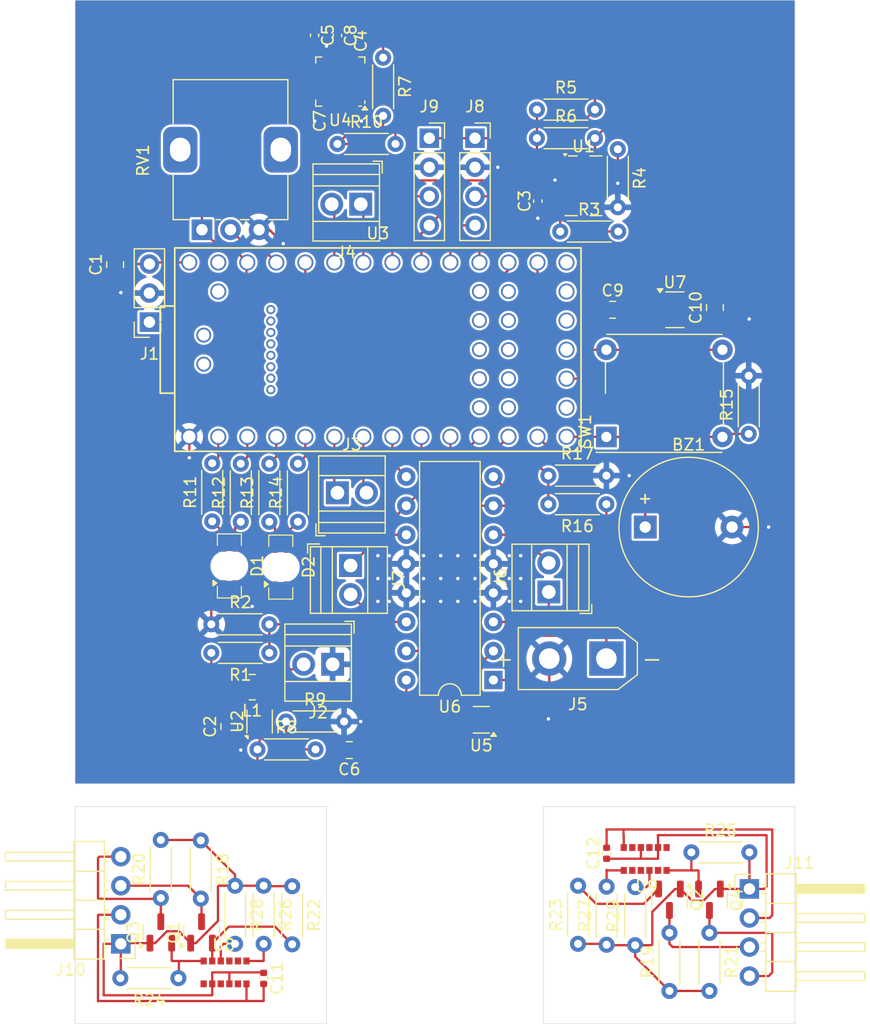
<source format=kicad_pcb>
(kicad_pcb (version 20240108) (generator "pcbnew") (generator_version "8.0")
  (layers (0 "F.Cu" signal) (31 "B.Cu" signal) (34 "B.Paste" user) (35 "F.Paste" user) (36 "B.SilkS" user "B.Silkscreen") (37 "F.SilkS" user "F.Silkscreen") (38 "B.Mask" user) (39 "F.Mask" user) (44 "Edge.Cuts" user))
  (net 0 "")
  (net 1 "GND")
  (net 2 "Net-(BZ1-+)")
  (net 3 "Net-(J1-Pin_1)")
  (net 4 "Net-(J2-Pin_2)")
  (net 5 "Net-(U1-Vdd_I{slash}O)")
  (net 6 "Net-(U4-CPOUT)")
  (net 7 "Net-(U4-REGOUT)")
  (net 8 "Net-(J8-Pin_1)")
  (net 9 "Net-(D1-A1)")
  (net 10 "Net-(D1-A2)")
  (net 11 "Net-(D2-A2)")
  (net 12 "Net-(D2-A1)")
  (net 13 "Net-(J1-Pin_3)")
  (net 14 "Net-(J3-Pin_1)")
  (net 15 "Net-(J4-Pin_1)")
  (net 16 "Net-(J4-Pin_2)")
  (net 17 "Net-(U2-SW)")
  (net 18 "Net-(Q1-S)")
  (net 19 "Net-(J10-Pin_1)")
  (net 20 "Net-(J11-Pin_1)")
  (net 21 "Net-(J8-Pin_3)")
  (net 22 "Net-(Q3-S)")
  (net 23 "Net-(U3-15_A1_RX3_SPDIF_IN)")
  (net 24 "Net-(U1-~{CS})")
  (net 25 "Net-(U1-SDO{slash}ADDR)")
  (net 26 "Net-(U2-FB)")
  (net 27 "Net-(U3-0_RX1_CRX2_CS1)")
  (net 28 "Net-(U3-1_TX1_CTX2_MISO1)")
  (net 29 "Net-(U3-2_OUT2)")
  (net 30 "Net-(U3-3_LRCLK2)")
  (net 31 "Net-(U3-14_A0_TX3_SPDIF_OUT)")
  (net 32 "Net-(U3-23_A9_CRX1_MCLK1)")
  (net 48 "Net-(U7-EN)")
  (net 50 "Net-(J3-Pin_2)")
  (net 82 "Net-(J6-Pin_2)")
  (net 83 "Net-(J6-Pin_1)")
  (net 84 "Net-(J7-Pin_2)")
  (net 85 "Net-(J7-Pin_1)")
  (net 86 "Net-(J9-Pin_3)")
  (net 87 "Net-(J5-Pin_1)")
  (net 88 "Net-(U3-12_MISO_MQSL)")
  (net 89 "Net-(J10-Pin_3)")
  (net 90 "Net-(Q2-S)")
  (net 91 "Net-(Q4-S)")
  (net 92 "Net-(U8-GPIO1)")
  (net 93 "Net-(U8-GPIO0)")
  (net 98 "Net-(J11-Pin_3)")
  (net 99 "Net-(U9-GPIO1)")
  (net 100 "Net-(U9-GPIO0)")
  (net 101 "Net-(U3-6_OUT1D)")
  (net 102 "Net-(U3-7_RX2_OUT1A)")
  (net 103 "Net-(U5-2Y)")
  (net 104 "Net-(U5-1Y)")
  (net 106 "Net-(U3-10_CS_MQSR)")
  (net 108 "Net-(U3-9_OUT1C)")
  (net 109 "Net-(U3-8_TX2_IN1)")
  (net 113 "Net-(J8-Pin_4)")
  (net 114 "Net-(J9-Pin_4)")
  (net 115 "Net-(J10-Pin_4)")
  (net 116 "Net-(J11-Pin_4)")
  (net 117 "Net-(J10-Pin_2)")
  (net 118 "Net-(J11-Pin_2)")
  (footprint "Capacitor_SMD:C_0201_0603Metric" (layer "F.Cu") (at 123.96 53.56 -90)
    (property "Reference" "C4")
    (property "Value" "10nF" (hide yes))
  )
  (footprint "Resistor_THT:R_Axial_DIN0204_L3.6mm_D1.6mm_P5.08mm_Horizontal" (layer "F.Cu") (at 126.96 55.02 -90)
    (property "Reference" "R7")
    (property "Value" "2.2k" (hide yes))
  )
  (footprint "Connector_PinSocket_2.54mm:PinSocket_1x04_P2.54mm_Vertical" (layer "F.Cu") (at 131 62.06)
    (property "Reference" "J9")
    (property "Value" "Conn_01x04_Socket" (hide yes))
  )
  (footprint "Resistor_THT:R_Axial_DIN0204_L3.6mm_D1.6mm_P5.08mm_Horizontal" (layer "F.Cu") (at 149.02 132.62 90)
    (property "Reference" "R29")
    (property "Value" "47k" (hide yes))
  )
  (footprint "TerminalBlock:TerminalBlock_Xinya_XY308-2.54-2P_1x02_P2.54mm_Horizontal" (layer "F.Cu") (at 141.46 101.735 90)
    (property "Reference" "J6")
    (property "Value" "Connect Motor 1" (hide yes))
  )
  (footprint "Resistor_THT:R_Axial_DIN0204_L3.6mm_D1.6mm_P5.08mm_Horizontal" (layer "F.Cu") (at 115.96 115.5)
    (property "Reference" "R8")
    (property "Value" "1M" (hide yes))
  )
  (footprint "TerminalBlock:TerminalBlock_Xinya_XY308-2.54-2P_1x02_P2.54mm_Horizontal" (layer "F.Cu") (at 124.11 99.42 -90)
    (property "Reference" "J7")
    (property "Value" "Connect Motor 2" (hide yes))
  )
  (footprint "Connector_AMASS:AMASS_XT30UPB-M_1x02_P5.0mm_Vertical" (layer "F.Cu") (at 146.5 107.56 180)
    (property "Reference" "J5")
    (property "Value" "XT30PB-M connector for 14.8V LiPo" (hide yes))
  )
  (footprint "Resistor_THT:R_Axial_DIN0204_L3.6mm_D1.6mm_P5.08mm_Horizontal" (layer "F.Cu") (at 141.42 91.56)
    (property "Reference" "R17")
    (property "Value" "4.7k" (hide yes))
  )
  (footprint "Capacitor_SMD:C_0805_2012Metric" (layer "F.Cu") (at 124 115.56 180)
    (property "Reference" "C6")
    (property "Value" "10uF" (hide yes))
  )
  (footprint "Capacitor_SMD:C_0402_1005Metric" (layer "F.Cu") (at 116.5 135.52 -90)
    (property "Reference" "C11")
    (property "Value" "0.1uF" (hide yes))
  )
  (footprint "Resistor_THT:R_Axial_DIN0204_L3.6mm_D1.6mm_P5.08mm_Horizontal" (layer "F.Cu") (at 111 123.46 -90)
    (property "Reference" "R18")
    (property "Value" "10k" (hide yes))
  )
  (footprint "Resistor_THT:R_Axial_DIN0204_L3.6mm_D1.6mm_P5.08mm_Horizontal" (layer "F.Cu") (at 146.5 94.06 180)
    (property "Reference" "R16")
    (property "Value" "22k" (hide yes))
  )
  (footprint "Sensor_Motion:InvenSense_QFN-24_4x4mm_P0.5mm" (layer "F.Cu") (at 123.21 57.11 180)
    (property "Reference" "U4")
    (property "Value" "MPU-6050" (hide yes))
  )
  (footprint "Inductor_SMD:L_1008_2520Metric" (layer "F.Cu") (at 115.5 110.06 180)
    (property "Reference" "L1")
    (property "Value" "2.2uH" (hide yes))
  )
  (footprint "TerminalBlock:TerminalBlock_Xinya_XY308-2.54-2P_1x02_P2.54mm_Horizontal" (layer "F.Cu") (at 122.96 93.06)
    (property "Reference" "J3")
    (property "Value" "Encoders 1" (hide yes))
  )
  (footprint "Package_TO_SOT_SMD:SOT-23-5" (layer "F.Cu") (at 152.5 77.06)
    (property "Reference" "U7")
    (property "Value" "LP5907MFX-2.8" (hide yes))
  )
  (footprint "Resistor_THT:R_Axial_DIN0204_L3.6mm_D1.6mm_P5.08mm_Horizontal" (layer "F.Cu") (at 107.5 128.5 90)
    (property "Reference" "R20")
    (property "Value" "10k" (hide yes))
  )
  (footprint "Resistor_THT:R_Axial_DIN0204_L3.6mm_D1.6mm_P5.08mm_Horizontal" (layer "F.Cu") (at 140.42 59.56)
    (property "Reference" "R5")
    (property "Value" "2.2k" (hide yes))
  )
  (footprint "Resistor_THT:R_Axial_DIN0204_L3.6mm_D1.6mm_P5.08mm_Horizontal" (layer "F.Cu") (at 142.46 70.22)
    (property "Reference" "R3")
    (property "Value" "10k" (hide yes))
  )
  (footprint "Resistor_THT:R_Axial_DIN0204_L3.6mm_D1.6mm_P5.08mm_Horizontal" (layer "F.Cu") (at 111.92 104.56)
    (property "Reference" "R2")
    (property "Value" "4.7k" (hide yes))
  )
  (footprint "LED_SMD:LED_LiteOn_LTST-C235KGKRKT" (layer "F.Cu") (at 113.5 99.46 90)
    (property "Reference" "D1")
    (property "Value" "LTST-C235KGKRKT" (hide yes))
  )
  (footprint "Resistor_THT:R_Axial_DIN0204_L3.6mm_D1.6mm_P5.08mm_Horizontal" (layer "F.Cu") (at 114 127.42 -90)
    (property "Reference" "R28")
    (property "Value" "47k" (hide yes))
  )
  (footprint "Capacitor_SMD:C_0402_1005Metric" (layer "F.Cu") (at 120.96 53.06 -90)
    (property "Reference" "C5")
    (property "Value" "0.1uF" (hide yes))
  )
  (footprint "Connector_PinSocket_2.54mm:PinSocket_1x04_P2.54mm_Vertical" (layer "F.Cu") (at 135 62.06)
    (property "Reference" "J8")
    (property "Value" "Conn_01x04_Socket" (hide yes))
  )
  (footprint "TerminalBlock:TerminalBlock_Xinya_XY308-2.54-2P_1x02_P2.54mm_Horizontal" (layer "F.Cu") (at 125 67.83 180)
    (property "Reference" "J4")
    (property "Value" "Encoders 2" (hide yes))
  )
  (footprint "tof:VL6180X" (layer "F.Cu") (at 150.02 125.08)
    (property "Reference" "U9")
    (property "Value" "VL6180X" (hide yes))
  )
  (footprint "TerminalBlock:TerminalBlock_Xinya_XY308-2.54-2P_1x02_P2.54mm_Horizontal" (layer "F.Cu") (at 122.54 108.06 180)
    (property "Reference" "J2")
    (property "Value" "Connect 3.7V Li-ion" (hide yes))
  )
  (footprint "tof:VL6180X" (layer "F.Cu") (at 113 135 180)
    (property "Reference" "U8")
    (property "Value" "VL6180X" (hide yes))
  )
  (footprint "Package_DIP:DIP-16_W7.62mm" (layer "F.Cu") (at 136.61 109.435 180)
    (property "Reference" "U6")
    (property "Value" "L293D" (hide yes))
  )
  (footprint "Resistor_THT:R_Axial_DIN0204_L3.6mm_D1.6mm_P5.08mm_Horizontal" (layer "F.Cu") (at 112 95.56 90)
    (property "Reference" "R11")
    (property "Value" "150" (hide yes))
  )
  (footprint "Capacitor_SMD:C_0805_2012Metric" (layer "F.Cu") (at 147.05 77.06)
    (property "Reference" "C9")
    (property "Value" "10uF" (hide yes))
  )
  (footprint "Resistor_THT:R_Axial_DIN0204_L3.6mm_D1.6mm_P5.08mm_Horizontal" (layer "F.Cu") (at 147.5 63.02 -90)
    (property "Reference" "R4")
    (property "Value" "10k" (hide yes))
  )
  (footprint "Resistor_THT:R_Axial_DIN0204_L3.6mm_D1.6mm_P5.08mm_Horizontal" (layer "F.Cu") (at 146.52 132.58 90)
    (property "Reference" "R27")
    (property "Value" "47k" (hide yes))
  )
  (footprint "Resistor_THT:R_Axial_DIN0204_L3.6mm_D1.6mm_P5.08mm_Horizontal" (layer "F.Cu") (at 117 107.06 180)
    (property "Reference" "R1")
    (property "Value" "2.2k" (hide yes))
  )
  (footprint "Potentiometer_THT:Potentiometer_Alps_RK09K_Single_Vertical" (layer "F.Cu") (at 111.1 70.06 90)
    (property "Reference" "RV1")
    (property "Value" "10k" (hide yes))
  )
  (footprint "Resistor_THT:R_Axial_DIN0204_L3.6mm_D1.6mm_P5.08mm_Horizontal" (layer "F.Cu") (at 114.5 95.6 90)
    (property "Reference" "R12")
    (property "Value" "150" (hide yes))
  )
  (footprint "Capacitor_SMD:C_0201_0603Metric" (layer "F.Cu") (at 122.46 60.56 90)
    (property "Reference" "C7")
    (property "Value" "2.2nF" (hide yes))
  )
  (footprint "Resistor_THT:R_Axial_DIN0204_L3.6mm_D1.6mm_P5.08mm_Horizontal" (layer "F.Cu") (at 119.5 95.6 90)
    (property "Reference" "R14")
    (property "Value" "150" (hide yes))
  )
  (footprint "Connector_PinSocket_2.54mm:PinSocket_1x03_P2.54mm_Vertical" (layer "F.Cu") (at 106.5 78.14 180)
    (property "Reference" "J1")
    (property "Value" "Conn_01x03_Socket" (hide yes))
  )
  (footprint "Package_SON:WSON-6-1EP_2x2mm_P0.65mm_EP1x1.6mm" (layer "F.Cu") (at 116.15 113.06 90)
    (property "Reference" "U2")
    (property "Value" "TPS610997DRV" (hide yes))
  )
  (footprint "Capacitor_SMD:C_0402_1005Metric" (layer "F.Cu") (at 140.5 67.56 90)
    (property "Reference" "C3")
    (property "Value" "0.1uF" (hide yes))
  )
  (footprint "Resistor_THT:R_Axial_DIN0204_L3.6mm_D1.6mm_P5.08mm_Horizontal" (layer "F.Cu") (at 144.02 132.5 90)
    (property "Reference" "R23")
    (property "Value" "10k" (hide yes))
  )
  (footprint "Capacitor_SMD:C_0402_1005Metric" (layer "F.Cu") (at 146.52 124.58 90)
    (property "Reference" "C12")
    (property "Value" "0.1uF" (hide yes))
  )
  (footprint "Package_TO_SOT_SMD:SOT-23" (layer "F.Cu") (at 155.52 128.6425 -90)
    (property "Reference" "Q4")
    (property "Value" "BSS138" (hide yes))
  )
  (footprint "Resistor_THT:R_Axial_DIN0204_L3.6mm_D1.6mm_P5.08mm_Horizontal" (layer "F.Cu") (at 155.52 131.54 -90)
    (property "Reference" "R21")
    (property "Value" "10k" (hide yes))
  )
  (footprint "Resistor_THT:R_Axial_DIN0204_L3.6mm_D1.6mm_P5.08mm_Horizontal" (layer "F.Cu") (at 152.02 136.62 90)
    (property "Reference" "R19")
    (property "Value" "10k" (hide yes))
  )
  (footprint "Resistor_THT:R_Axial_DIN0204_L3.6mm_D1.6mm_P5.08mm_Horizontal" (layer "F.Cu") (at 116.5 127.42 -90)
    (property "Reference" "R26")
    (property "Value" "47k" (hide yes))
  )
  (footprint "Connector_PinHeader_2.54mm:PinHeader_1x04_P2.54mm_Horizontal" (layer "F.Cu") (at 104 132.5 180)
    (property "Reference" "J10")
    (property "Value" "Conn_01x04_Pin" (hide yes))
  )
  (footprint "Resistor_THT:R_Axial_DIN0204_L3.6mm_D1.6mm_P5.08mm_Horizontal" (layer "F.Cu") (at 140.42 62.06)
    (property "Reference" "R6")
    (property "Value" "2.2k" (hide yes))
  )
  (footprint "Resistor_THT:R_Axial_DIN0204_L3.6mm_D1.6mm_P5.08mm_Horizontal" (layer "F.Cu") (at 118.46 113.06)
    (property "Reference" "R9")
    (property "Value" "249k" (hide yes))
  )
  (footprint "Capacitor_SMD:C_0805_2012Metric" (layer "F.Cu") (at 113.5 113.51 90)
    (property "Reference" "C2")
    (property "Value" "10uF" (hide yes))
  )
  (footprint "Package_TO_SOT_SMD:SOT-363_SC-70-6" (layer "F.Cu") (at 135.55 112.91 180)
    (property "Reference" "U5")
    (property "Value" "Inverter_Schmitt_Dual" (hide yes))
  )
  (footprint "Resistor_THT:R_Axial_DIN0204_L3.6mm_D1.6mm_P5.08mm_Horizontal" (layer "F.Cu") (at 122.96 62.56)
    (property "Reference" "R10")
    (property "Value" "2.2k" (hide yes))
  )
  (footprint "LED_SMD:LED_LiteOn_LTST-C235KGKRKT" (layer "F.Cu") (at 118 99.56 90)
    (property "Reference" "D2")
    (property "Value" "LTST-C235KGKRKT" (hide yes))
  )
  (footprint "Package_TO_SOT_SMD:SOT-23" (layer "F.Cu") (at 107.5 131.5 90)
    (property "Reference" "Q3")
    (property "Value" "BSS138" (hide yes))
  )
  (footprint "Buzzer_Beeper:Buzzer_12x9.5RM7.6" (layer "F.Cu") (at 149.9 96.06)
    (property "Reference" "BZ1")
    (property "Value" "Buzzer" (hide yes))
  )
  (footprint "Capacitor_SMD:C_0805_2012Metric" (layer "F.Cu") (at 103.5 73.11 90)
    (property "Reference" "C1")
    (property "Value" "10uF" (hide yes))
  )
  (footprint "Package_TO_SOT_SMD:SOT-23" (layer "F.Cu") (at 152.02 128.6425 -90)
    (property "Reference" "Q2")
    (property "Value" "BSS138" (hide yes))
  )
  (footprint "Resistor_THT:R_Axial_DIN0204_L3.6mm_D1.6mm_P5.08mm_Horizontal" (layer "F.Cu") (at 109.04 135.5 180)
    (property "Reference" "R24")
    (property "Value" "10k" (hide yes))
  )
  (footprint "Resistor_THT:R_Axial_DIN0204_L3.6mm_D1.6mm_P5.08mm_Horizontal" (layer "F.Cu") (at 119 127.46 -90)
    (property "Reference" "R22")
    (property "Value" "10k" (hide yes))
  )
  (footprint "Capacitor_SMD:C_0805_2012Metric" (layer "F.Cu") (at 156 76.87 90)
    (property "Reference" "C10")
    (property "Value" "10uF" (hide yes))
  )
  (footprint "Connector_PinHeader_2.54mm:PinHeader_1x04_P2.54mm_Horizontal" (layer "F.Cu") (at 159.02 127.7)
    (property "Reference" "J11")
    (property "Value" "Conn_01x04_Pin" (hide yes))
  )
  (footprint "Resistor_THT:R_Axial_DIN0204_L3.6mm_D1.6mm_P5.08mm_Horizontal" (layer "F.Cu") (at 117 95.6 90)
    (property "Reference" "R13")
    (property "Value" "150" (hide yes))
  )
  (footprint "Resistor_THT:R_Axial_DIN0204_L3.6mm_D1.6mm_P5.08mm_Horizontal" (layer "F.Cu") (at 158.96 87.91 90)
    (property "Reference" "R15")
    (property "Value" "4.7k" (hide yes))
  )
  (footprint "Package_LGA:LGA-14_3x5mm_P0.8mm_LayoutBorder1x6y" (layer "F.Cu") (at 144.5 66.22)
    (property "Reference" "U1")
    (property "Value" "ADXL343" (hide yes))
  )
  (footprint "Button_Switch_THT:SW_MEC_5GTH9" (layer "F.Cu") (at 146.5 88.18 90)
    (property "Reference" "SW1")
    (property "Value" "SW_Push" (hide yes))
  )
  (footprint "Package_TO_SOT_SMD:SOT-23" (layer "F.Cu") (at 111.0625 131.5 90)
    (property "Reference" "Q1")
    (property "Value" "BSS138" (hide yes))
  )
  (footprint "teensy:Teensy40_SMT" (layer "F.Cu") (at 126.5 80.544)
    (property "Reference" "U3")
    (property "Value" "Teensy4.0" (hide yes))
  )
  (footprint "Capacitor_SMD:C_0402_1005Metric" (layer "F.Cu") (at 122.96 53.08 -90)
    (property "Reference" "C8")
    (property "Value" "0.1uF" (hide yes))
  )
  (footprint "Resistor_THT:R_Axial_DIN0204_L3.6mm_D1.6mm_P5.08mm_Horizontal" (layer "F.Cu") (at 153.94 124.5)
    (property "Reference" "R25")
    (property "Value" "10k" (hide yes))
  )
  (gr_line (start 123.96 55.06) (end 123.96 54.06) (stroke (width 0.2)) (layer "F.Cu") (net 5))
  (gr_line (start 141 120.5) (end 141 139.5) (stroke (width 0.05)) (layer "Edge.Cuts"))
  (gr_line (start 100 139.5) (end 122 139.5) (stroke (width 0.05)) (layer "Edge.Cuts"))
  (gr_line (start 163 50) (end 100 50) (stroke (width 0.05)) (layer "Edge.Cuts"))
  (gr_line (start 100 118.5) (end 163 118.5) (stroke (width 0.05)) (layer "Edge.Cuts"))
  (gr_line (start 163 118.5) (end 163 50) (stroke (width 0.05)) (layer "Edge.Cuts"))
  (gr_line (start 163 120.5) (end 141 120.5) (stroke (width 0.05)) (layer "Edge.Cuts"))
  (gr_line (start 122 139.5) (end 122 120.5) (stroke (width 0.05)) (layer "Edge.Cuts"))
  (gr_line (start 122 120.5) (end 100 120.5) (stroke (width 0.05)) (layer "Edge.Cuts"))
  (gr_line (start 100 120.5) (end 100 139.5) (stroke (width 0.05)) (layer "Edge.Cuts"))
  (gr_line (start 163 139.5) (end 163 120.5) (stroke (width 0.05)) (layer "Edge.Cuts"))
  (gr_line (start 100 50) (end 100 118.5) (stroke (width 0.05)) (layer "Edge.Cuts"))
  (gr_line (start 141 139.5) (end 163 139.5) (stroke (width 0.05)) (layer "Edge.Cuts"))
  (segment (start 125.06 60.56) (end 125.16 60.46) (width 0.2) (layer "F.Cu") (net 1))
  (segment (start 122.96 52.6) (end 123.92 52.6) (width 0.2) (layer "F.Cu") (net 1))
  (segment (start 120.96 58.66) (end 121.26 58.36) (width 0.2) (layer "F.Cu") (net 1))
  (segment (start 123.96 53.24) (end 123.96 52.64) (width 0.2) (layer "F.Cu") (net 1))
  (segment (start 103.5 74.06) (end 103.5 75.06) (width 0.2) (layer "F.Cu") (net 1))
  (segment (start 113.5 114.46) (end 113.5 115.56) (width 0.2) (layer "F.Cu") (net 1))
  (segment (start 106.5 75.6) (end 104.04 75.6) (width 0.2) (layer "F.Cu") (net 1))
  (segment (start 117.5 101.46) (end 117.5 103) (width 0.2) (layer "F.Cu") (net 1))
  (segment (start 118.5 103) (end 117.5 103) (width 0.2) (layer "F.Cu") (net 1))
  (segment (start 122 54) (end 122 52.6) (width 0.2) (layer "F.Cu") (net 1))
  (segment (start 123.96 52.64) (end 123.92 52.6) (width 0.2) (layer "F.Cu") (net 1))
  (segment (start 151.3625 77.06) (end 155.24 77.06) (width 0.2) (layer "F.Cu") (net 1))
  (segment (start 159 77.87) (end 156.05 77.87) (width 0.2) (layer "F.Cu") (net 1))
  (segment (start 125 113.06) (end 125 108.06) (width 0.2) (layer "F.Cu") (net 1))
  (segment (start 147.5 68.1) (end 147.5 66) (width 0.2) (layer "F.Cu") (net 1))
  (segment (start 110 88.174) (end 109.99 88.164) (width 0.2) (layer "F.Cu") (net 1))
  (segment (start 123.54 113.06) (end 125 113.06) (width 0.2) (layer "F.Cu") (net 1))
  (segment (start 120.96 60.56) (end 120.96 58.66) (width 0.2) (layer "F.Cu") (net 1))
  (segment (start 125 108.06) (end 122.54 108.06) (width 0.2) (layer "F.Cu") (net 1))
  (segment (start 121.28 60.88) (end 120.96 60.56) (width 0.2) (layer "F.Cu") (net 1))
  (segment (start 156.05 77.87) (end 156 77.82) (width 0.2) (layer "F.Cu") (net 1))
  (segment (start 120.98 52.6) (end 120.96 52.58) (width 0.2) (layer "F.Cu") (net 1))
  (segment (start 114 103) (end 115.5 103) (width 0.2) (layer "F.Cu") (net 1))
  (segment (start 112 103) (end 113 103) (width 0.2) (layer "F.Cu") (net 1))
  (segment (start 158.96 77.91) (end 159 77.87) (width 0.2) (layer "F.Cu") (net 1))
  (segment (start 114 101.36) (end 114 103) (width 0.2) (layer "F.Cu") (net 1))
  (segment (start 122.96 52.6) (end 122 52.6) (width 0.2) (layer "F.Cu") (net 1))
  (segment (start 142 65.22) (end 142.2 65.02) (width 0.2) (layer "F.Cu") (net 1))
  (segment (start 142 66.72) (end 142 67.22) (width 0.2) (layer "F.Cu") (net 1))
  (segment (start 142 65.72) (end 142 66.72) (width 0.2) (layer "F.Cu") (net 1))
  (segment (start 122 54) (end 122.46 54.46) (width 0.2) (layer "F.Cu") (net 1))
  (segment (start 141.5 112.76) (end 141.5 107.56) (width 0.2) (layer "F.Cu") (net 1))
  (segment (start 122.46 60.88) (end 121.28 60.88) (width 0.2) (layer "F.Cu") (net 1))
  (segment (start 118.22 71.28) (end 117 70.06) (width 0.2) (layer "F.Cu") (net 1))
  (segment (start 110 90) (end 110 88.174) (width 0.2) (layer "F.Cu") (net 1))
  (segment (start 113.5 115.56) (end 114.5 115.56) (width 0.2) (layer "F.Cu") (net 1))
  (segment (start 124.95 113.11) (end 125 113.06) (width 0.2) (layer "F.Cu") (net 1))
  (segment (start 137 64.6) (end 135 64.6) (width 0.2) (layer "F.Cu") (net 1))
  (segment (start 125.16 60.46) (end 125.16 58.36) (width 0.2) (layer "F.Cu") (net 1))
  (segment (start 104.04 75.6) (end 104 75.56) (width 0.2) (layer "F.Cu") (net 1))
  (segment (start 113 101.36) (end 113 103) (width 0.2) (layer "F.Cu") (net 1))
  (segment (start 148 77.06) (end 149.5 77.06) (width 0.2) (layer "F.Cu") (net 1))
  (segment (start 131 64.6) (end 135 64.6) (width 0.2) (layer "F.Cu") (net 1))
  (segment (start 142.1 66.62) (end 142 66.72) (width 0.2) (layer "F.Cu") (net 1))
  (segment (start 114.5 114.9475) (end 115.5 113.9475) (width 0.2) (layer "F.Cu") (net 1))
  (segment (start 157.5 96.06) (end 160.7 96.06) (width 0.2) (layer "F.Cu") (net 1))
  (segment (start 117 70.06) (end 116.1 70.06) (width 0.2) (layer "F.Cu") (net 1))
  (segment (start 111.92 103.08) (end 112 103) (width 0.2) (layer "F.Cu") (net 1))
  (segment (start 142.2 65.02) (end 143.5 65.02) (width 0.2) (layer "F.Cu") (net 1))
  (segment (start 151.3625 77.06) (end 149.5 77.06) (width 0.2) (layer "F.Cu") (net 1))
  (segment (start 122.46 54.46) (end 122.46 55.16) (width 0.2) (layer "F.Cu") (net 1))
  (segment (start 142.2 67.42) (end 143.5 67.42) (width 0.2) (layer "F.Cu") (net 1))
  (segment (start 113 103) (end 114 103) (width 0.2) (layer "F.Cu") (net 1))
  (segment (start 142 65.72) (end 142 65.22) (width 0.2) (layer "F.Cu") (net 1))
  (segment (start 111.92 104.56) (end 111.92 103.08) (width 0.2) (layer "F.Cu") (net 1))
  (segment (start 117.5 103) (end 115.5 103) (width 0.2) (layer "F.Cu") (net 1))
  (segment (start 143.5 66.62) (end 142.1 66.62) (width 0.2) (layer "F.Cu") (net 1))
  (segment (start 114.5 115.56) (end 114.5 114.9475) (width 0.2) (layer "F.Cu") (net 1))
  (segment (start 142 67.22) (end 142.2 67.42) (width 0.2) (layer "F.Cu") (net 1))
  (segment (start 155.24 77.06) (end 156 77.82) (width 0.2) (layer "F.Cu") (net 1))
  (segment (start 118.5 101.46) (end 118.5 103) (width 0.2) (layer "F.Cu") (net 1))
  (segment (start 124.95 115.56) (end 124.95 113.11) (width 0.2) (layer "F.Cu") (net 1))
  (segment (start 141.35 112.91) (end 136.5 112.91) (width 0.2) (layer "F.Cu") (net 1))
  (segment (start 140.5 68.04) (end 140.5 69.06) (width 0.2) (layer "F.Cu") (net 1))
  (segment (start 122 52.6) (end 120.98 52.6) (width 0.2) (layer "F.Cu") (net 1))
  (segment (start 103.5 75.06) (end 104 75.56) (width 0.2) (layer "F.Cu") (net 1))
  (segment (start 146.5 91.56) (end 148.5 91.56) (width 0.2) (layer "F.Cu") (net 1))
  (segment (start 141.425 112.835) (end 141.35 112.91) (width 0.2) (layer "F.Cu") (net 1))
  (segment (start 141.425 112.835) (end 141.5 112.76) (width 0.2) (layer "F.Cu") (net 1))
  (segment (start 158.96 82.83) (end 158.96 77.91) (width 0.2) (layer "F.Cu") (net 1))
  (via (at 160.7 96.06) (size 0.6) (drill 0.3) (layers "F.Cu" "B.Cu") (net 1))
  (via (at 133.5 98.56) (size 0.6) (drill 0.3) (layers "F.Cu" "B.Cu") (net 1))
  (via (at 125 113.06) (size 0.6) (drill 0.3) (layers "F.Cu" "B.Cu") (net 1))
  (via (at 127.5 100.56) (size 0.6) (drill 0.3) (layers "F.Cu" "B.Cu") (net 1))
  (via (at 130.5 100.56) (size 0.6) (drill 0.3) (layers "F.Cu" "B.Cu") (net 1))
  (via (at 140.5 69.06) (size 0.6) (drill 0.3) (layers "F.Cu" "B.Cu") (net 1))
  (via (at 127.5 102.56) (size 0.6) (drill 0.3) (layers "F.Cu" "B.Cu") (net 1))
  (via (at 147.5 66) (size 0.6) (drill 0.3) (layers "F.Cu" "B.Cu") (net 1))
  (via (at 132 102.56) (size 0.6) (drill 0.3) (layers "F.Cu" "B.Cu") (net 1))
  (via (at 137 64.6) (size 0.6) (drill 0.3) (layers "F.Cu" "B.Cu") (net 1))
  (via (at 110 90) (size 0.6) (drill 0.3) (layers "F.Cu" "B.Cu") (net 1))
  (via (at 115.5 103) (size 0.6) (drill 0.3) (layers "F.Cu" "B.Cu") (net 1))
  (via (at 142 65.72) (size 0.6) (drill 0.3) (layers "F.Cu" "B.Cu") (net 1))
  (via (at 132 100.56) (size 0.6) (drill 0.3) (layers "F.Cu" "B.Cu") (net 1))
  (via (at 125.06 60.56) (size 0.6) (drill 0.3) (layers "F.Cu" "B.Cu") (net 1))
  (via (at 120.96 60.56) (size 0.6) (drill 0.3) (layers "F.Cu" "B.Cu") (net 1))
  (via (at 138 98.56) (size 0.6) (drill 0.3) (layers "F.Cu" "B.Cu") (net 1))
  (via (at 135 100.56) (size 0.6) (drill 0.3) (layers "F.Cu" "B.Cu") (net 1))
  (via (at 122 54) (size 0.6) (drill 0.3) (layers "F.Cu" "B.Cu") (net 1))
  (via (at 132 98.56) (size 0.6) (drill 0.3) (layers "F.Cu" "B.Cu") (net 1))
  (via (at 133.5 102.56) (size 0.6) (drill 0.3) (layers "F.Cu" "B.Cu") (net 1))
  (via (at 139 100.56) (size 0.6) (drill 0.3) (layers "F.Cu" "B.Cu") (net 1))
  (via (at 139 98.56) (size 0.6) (drill 0.3) (layers "F.Cu" "B.Cu") (net 1))
  (via (at 148.5 91.56) (size 0.6) (drill 0.3) (layers "F.Cu" "B.Cu") (net 1))
  (via (at 130.5 102.56) (size 0.6) (drill 0.3) (layers "F.Cu" "B.Cu") (net 1))
  (via (at 127.5 98.56) (size 0.6) (drill 0.3) (layers "F.Cu" "B.Cu") (net 1))
  (via (at 104 75.56) (size 0.6) (drill 0.3) (layers "F.Cu" "B.Cu") (net 1))
  (via (at 138 102.56) (size 0.6) (drill 0.3) (layers "F.Cu" "B.Cu") (net 1))
  (via (at 130.5 98.56) (size 0.6) (drill 0.3) (layers "F.Cu" "B.Cu") (net 1))
  (via (at 126.5 100.56) (size 0.6) (drill 0.3) (layers "F.Cu" "B.Cu") (net 1))
  (via (at 135 102.56) (size 0.6) (drill 0.3) (layers "F.Cu" "B.Cu") (net 1))
  (via (at 118.22 71.28) (size 0.6) (drill 0.3) (layers "F.Cu" "B.Cu") (net 1))
  (via (at 133.5 100.56) (size 0.6) (drill 0.3) (layers "F.Cu" "B.Cu") (net 1))
  (via (at 159 77.87) (size 0.6) (drill 0.3) (layers "F.Cu" "B.Cu") (net 1))
  (via (at 135 98.56) (size 0.6) (drill 0.3) (layers "F.Cu" "B.Cu") (net 1))
  (via (at 126.5 98.56) (size 0.6) (drill 0.3) (layers "F.Cu" "B.Cu") (net 1))
  (via (at 141.425 112.835) (size 0.6) (drill 0.3) (layers "F.Cu" "B.Cu") (net 1))
  (via (at 114.5 115.56) (size 0.6) (drill 0.3) (layers "F.Cu" "B.Cu") (net 1))
  (via (at 138 100.56) (size 0.6) (drill 0.3) (layers "F.Cu" "B.Cu") (net 1))
  (via (at 139 102.56) (size 0.6) (drill 0.3) (layers "F.Cu" "B.Cu") (net 1))
  (via (at 126.5 102.56) (size 0.6) (drill 0.3) (layers "F.Cu" "B.Cu") (net 1))
  (segment (start 149.9 96.06) (end 149.9 90.46) (width 0.2) (layer "F.Cu") (net 2))
  (segment (start 140.47 88.164) (end 142.366 90.06) (width 0.2) (layer "F.Cu") (net 2))
  (segment (start 142.366 90.06) (end 149.5 90.06) (width 0.2) (layer "F.Cu") (net 2))
  (segment (start 149.9 90.46) (end 149.5 90.06) (width 0.2) (layer "F.Cu") (net 2))
  (segment (start 120.15 75.35) (end 120.15 72.924) (width 0.2) (layer "F.Cu") (net 3))
  (segment (start 112.42 78.14) (end 115.06 75.5) (width 0.2) (layer "F.Cu") (net 3))
  (segment (start 106.5 78.14) (end 112.42 78.14) (width 0.2) (layer "F.Cu") (net 3))
  (segment (start 115.06 75.5) (end 120 75.5) (width 0.2) (layer "F.Cu") (net 3))
  (segment (start 120 75.5) (end 120.15 75.35) (width 0.2) (layer "F.Cu") (net 3))
  (segment (start 119.56 108.5) (end 120 108.06) (width 0.2) (layer "F.Cu") (net 4))
  (segment (start 114.425 108.5) (end 114.425 110.06) (width 0.2) (layer "F.Cu") (net 4))
  (segment (start 114.6125 112.1725) (end 115.5 112.1725) (width 0.2) (layer "F.Cu") (net 4))
  (segment (start 114.425 111.985) (end 114.6125 112.1725) (width 0.2) (layer "F.Cu") (net 4))
  (segment (start 112 112.56) (end 111.92 112.48) (width 0.2) (layer "F.Cu") (net 4))
  (segment (start 117.5 108.5) (end 119.56 108.5) (width 0.2) (layer "F.Cu") (net 4))
  (segment (start 111.92 112.48) (end 111.92 107.06) (width 0.2) (layer "F.Cu") (net 4))
  (segment (start 113.5 112.56) (end 113.5 110.06) (width 0.2) (layer "F.Cu") (net 4))
  (segment (start 117.5 111.4725) (end 117.5 108.5) (width 0.2) (layer "F.Cu") (net 4))
  (segment (start 114.425 110.06) (end 114.425 111.985) (width 0.2) (layer "F.Cu") (net 4))
  (segment (start 113.5 112.56) (end 112 112.56) (width 0.2) (layer "F.Cu") (net 4))
  (segment (start 117.5 108.5) (end 114.425 108.5) (width 0.2) (layer "F.Cu") (net 4))
  (segment (start 116.8 112.1725) (end 117.5 111.4725) (width 0.2) (layer "F.Cu") (net 4))
  (segment (start 113.5 110.06) (end 114.425 110.06) (width 0.2) (layer "F.Cu") (net 4))
  (segment (start 143.5 64.22) (end 142 64.22) (width 0.2) (layer "F.Cu") (net 5))
  (segment (start 136.5 72) (end 136.94 71.56) (width 0.2) (layer "F.Cu") (net 5))
  (segment (start 121.5 74.06) (end 121.584157 74.144157) (width 0.2) (layer "F.Cu") (net 5))
  (segment (start 142 64.22) (end 141.4 64.82) (width 0.2) (layer "F.Cu") (net 5))
  (segment (start 127.96 53.56) (end 126.96 53.56) (width 0.2) (layer "F.Cu") (net 5))
  (segment (start 128.04 53.64) (end 127.96 53.56) (width 0.2) (layer "F.Cu") (net 5))
  (segment (start 121.5 71.56) (end 121.5 74.06) (width 0.2) (layer "F.Cu") (net 5))
  (segment (start 126.96 55.02) (end 126.96 53.56) (width 0.2) (layer "F.Cu") (net 5))
  (segment (start 121.584157 74.144157) (end 136.144157 74.144157) (width 0.2) (layer "F.Cu") (net 5))
  (segment (start 140.42 62.06) (end 140.42 65.98) (width 0.2) (layer "F.Cu") (net 5))
  (segment (start 136.5 73.788314) (end 136.5 72) (width 0.2) (layer "F.Cu") (net 5))
  (segment (start 124.159999 53.88) (end 123.96 53.88) (width 0.2) (layer "F.Cu") (net 5))
  (segment (start 141.4 66.06) (end 141.4 67.62) (width 0.2) (layer "F.Cu") (net 5))
  (segment (start 124.46 52.06) (end 124.46 53.579999) (width 0.2) (layer "F.Cu") (net 5))
  (segment (start 119 71.66) (end 119.1 71.56) (width 0.2) (layer "F.Cu") (net 5))
  (segment (start 142 68.22) (end 142.5 68.22) (width 0.2) (layer "F.Cu") (net 5))
  (segment (start 112.6 71.56) (end 113.706 71.56) (width 0.2) (layer "F.Cu") (net 5))
  (segment (start 139.5 71.56) (end 139.5 67.06) (width 0.2) (layer "F.Cu") (net 5))
  (segment (start 126.96 53.56) (end 124.479999 53.56) (width 0.2) (layer "F.Cu") (net 5))
  (segment (start 120.96 53.54) (end 120.35 52.93) (width 0.2) (layer "F.Cu") (net 5))
  (segment (start 120.96 53.54) (end 120.96 55.56) (width 0.2) (layer "F.Cu") (net 5))
  (segment (start 111.1 67.46) (end 111.5 67.06) (width 0.2) (layer "F.Cu") (net 5))
  (segment (start 120.35 52.17) (end 120.52 52) (width 0.2) (layer "F.Cu") (net 5))
  (segment (start 140.42 59.56) (end 140.42 62.06) (width 0.2) (layer "F.Cu") (net 5))
  (segment (start 115 72.994) (end 115 74.56) (width 0.2) (layer "F.Cu") (net 5))
  (segment (start 111.1 70.06) (end 111.1 67.46) (width 0.2) (layer "F.Cu") (net 5))
  (segment (start 136.94 71.56) (end 139.5 71.56) (width 0.2) (layer "F.Cu") (net 5))
  (segment (start 128.04 62.56) (end 128.04 53.64) (width 0.2) (layer "F.Cu") (net 5))
  (segment (start 124.46 53.579999) (end 124.159999 53.88) (width 0.2) (layer "F.Cu") (net 5))
  (segment (start 119.1 71.56) (end 121.5 71.56) (width 0.2) (layer "F.Cu") (net 5))
  (segment (start 141.4 64.82) (end 141.4 66.06) (width 0.2) (layer "F.Cu") (net 5))
  (segment (start 115.07 72.924) (end 115 72.994) (width 0.2) (layer "F.Cu") (net 5))
  (segment (start 120 67.06) (end 120 56) (width 0.2) (layer "F.Cu") (net 5))
  (segment (start 120.14 55.86) (end 121.26 55.86) (width 0.2) (layer "F.Cu") (net 5))
  (segment (start 142.5 68.22) (end 143.5 68.22) (width 0.2) (layer "F.Cu") (net 5))
  (segment (start 139.5 67.06) (end 139.52 67.08) (width 0.2) (layer "F.Cu") (net 5))
  (segment (start 118.94 74.56) (end 119 74.5) (width 0.2) (layer "F.Cu") (net 5))
  (segment (start 140.42 65.98) (end 140.5 66.06) (width 0.2) (layer "F.Cu") (net 5))
  (segment (start 120.96 55.56) (end 121.26 55.86) (width 0.2) (layer "F.Cu") (net 5))
  (segment (start 119 74.5) (end 119 71.66) (width 0.2) (layer "F.Cu") (net 5))
  (segment (start 124.479999 53.56) (end 124.46 53.579999) (width 0.2) (layer "F.Cu") (net 5))
  (segment (start 139.52 67.08) (end 140.5 67.08) (width 0.2) (layer "F.Cu") (net 5))
  (segment (start 141.4 67.62) (end 142 68.22) (width 0.2) (layer "F.Cu") (net 5))
  (segment (start 113.706 71.56) (end 115.07 72.924) (width 0.2) (layer "F.Cu") (net 5))
  (segment (start 120.52 52) (end 124.4 52) (width 0.2) (layer "F.Cu") (net 5))
  (segment (start 111.1 70.06) (end 112.6 71.56) (width 0.2) (layer "F.Cu") (net 5))
  (segment (start 140.5 67.08) (end 140.5 66.06) (width 0.2) (layer "F.Cu") (net 5))
  (segment (start 124.4 52) (end 124.46 52.06) (width 0.2) (layer "F.Cu") (net 5))
  (segment (start 136.144157 74.144157) (end 136.5 73.788314) (width 0.2) (layer "F.Cu") (net 5))
  (segment (start 141.42 67.64) (end 141.4 67.62) (width 0.2) (layer "F.Cu") (net 5))
  (segment (start 115 74.56) (end 118.94 74.56) (width 0.2) (layer "F.Cu") (net 5))
  (segment (start 120.35 52.93) (end 120.35 52.17) (width 0.2) (layer "F.Cu") (net 5))
  (segment (start 142.46 70.22) (end 142.46 68.26) (width 0.2) (layer "F.Cu") (net 5))
  (segment (start 120 56) (end 120.14 55.86) (width 0.2) (layer "F.Cu") (net 5))
  (segment (start 140.5 66.06) (end 141.4 66.06) (width 0.2) (layer "F.Cu") (net 5))
  (segment (start 111.5 67.06) (end 120 67.06) (width 0.2) (layer "F.Cu") (net 5))
  (segment (start 142.46 68.26) (end 142.5 68.22) (width 0.2) (layer "F.Cu") (net 5))
  (segment (start 122.46 60.24) (end 122.46 59.06) (width 0.2) (layer "F.Cu") (net 6))
  (segment (start 122.96 55.16) (end 122.96 53.56) (width 0.2) (layer "F.Cu") (net 7))
  (segment (start 137 62.06) (end 135 62.06) (width 0.2) (layer "F.Cu") (net 8))
  (segment (start 149 57.06) (end 137.44 57.06) (width 0.2) (layer "F.Cu") (net 8))
  (segment (start 153.6375 76.11) (end 153.6375 75.06) (width 0.2) (layer "F.Cu") (net 8))
  (segment (start 137 57.5) (end 137 62.06) (width 0.2) (layer "F.Cu") (net 8))
  (segment (start 131 62.06) (end 135 62.06) (width 0.2) (layer "F.Cu") (net 8))
  (segment (start 137.44 57.06) (end 137 57.5) (width 0.2) (layer "F.Cu") (net 8))
  (segment (start 153.6375 75.06) (end 149 75.06) (width 0.2) (layer "F.Cu") (net 8))
  (segment (start 153.6375 76.11) (end 155.81 76.11) (width 0.2) (layer "F.Cu") (net 8))
  (segment (start 149 75.06) (end 149 57.06) (width 0.2) (layer "F.Cu") (net 8))
  (segment (start 155.81 76.11) (end 156 75.92) (width 0.2) (layer "F.Cu") (net 8))
  (segment (start 114 97.56) (end 114 96.1) (width 0.2) (layer "F.Cu") (net 9))
  (segment (start 114 96.1) (end 114.5 95.6) (width 0.2) (layer "F.Cu") (net 9))
  (segment (start 113 96.56) (end 112 95.56) (width 0.2) (layer "F.Cu") (net 10))
  (segment (start 113 97.56) (end 113 96.56) (width 0.2) (layer "F.Cu") (net 10))
  (segment (start 117.5 97.66) (end 117.5 96.1) (width 0.2) (layer "F.Cu") (net 11))
  (segment (start 117.5 96.1) (end 117 95.6) (width 0.2) (layer "F.Cu") (net 11))
  (segment (start 118.5 97.66) (end 118.5 96.6) (width 0.2) (layer "F.Cu") (net 12))
  (segment (start 118.5 96.6) (end 119.5 95.6) (width 0.2) (layer "F.Cu") (net 12))
  (segment (start 102 72.56) (end 102 76.56) (width 0.2) (layer "F.Cu") (net 13))
  (segment (start 104.4 73.06) (end 103.5 72.16) (width 0.2) (layer "F.Cu") (net 13))
  (segment (start 128.475 116.585) (end 123 116.585) (width 0.2) (layer "F.Cu") (net 13))
  (segment (start 103.5 72.16) (end 102.4 72.16) (width 0.2) (layer "F.Cu") (net 13))
  (segment (start 116.15 113.9475) (end 116.15 115.31) (width 0.2) (layer "F.Cu") (net 13))
  (segment (start 116.15 115.31) (end 115.96 115.5) (width 0.2) (layer "F.Cu") (net 13))
  (segment (start 115.96 116.545) (end 116 116.585) (width 0.2) (layer "F.Cu") (net 13))
  (segment (start 128.99 109.435) (end 128.99 116.07) (width 0.2) (layer "F.Cu") (net 13))
  (segment (start 108 82.56) (end 108 89) (width 0.2) (layer "F.Cu") (net 13))
  (segment (start 109.99 72.924) (end 106.636 72.924) (width 0.2) (layer "F.Cu") (net 13))
  (segment (start 123.05 115.56) (end 123.05 116.535) (width 0.2) (layer "F.Cu") (net 13))
  (segment (start 102 76.56) (end 108 82.56) (width 0.2) (layer "F.Cu") (net 13))
  (segment (start 110.5 116.56) (end 110.525 116.585) (width 0.2) (layer "F.Cu") (net 13))
  (segment (start 110.5 91.5) (end 110.5 116.56) (width 0.2) (layer "F.Cu") (net 13))
  (segment (start 102.4 72.16) (end 102 72.56) (width 0.2) (layer "F.Cu") (net 13))
  (segment (start 115.96 115.5) (end 115.96 116.545) (width 0.2) (layer "F.Cu") (net 13))
  (segment (start 106.5 73.06) (end 104.4 73.06) (width 0.2) (layer "F.Cu") (net 13))
  (segment (start 123.05 116.535) (end 123 116.585) (width 0.2) (layer "F.Cu") (net 13))
  (segment (start 123 116.585) (end 116 116.585) (width 0.2) (layer "F.Cu") (net 13))
  (segment (start 106.636 72.924) (end 106.5 73.06) (width 0.2) (layer "F.Cu") (net 13))
  (segment (start 110.525 116.585) (end 116 116.585) (width 0.2) (layer "F.Cu") (net 13))
  (segment (start 108 89) (end 110.5 91.5) (width 0.2) (layer "F.Cu") (net 13))
  (segment (start 128.99 116.07) (end 128.475 116.585) (width 0.2) (layer "F.Cu") (net 13))
  (segment (start 122.69 92.79) (end 122.96 93.06) (width 0.2) (layer "F.Cu") (net 14))
  (segment (start 122.69 88.164) (end 122.69 92.79) (width 0.2) (layer "F.Cu") (net 14))
  (segment (start 125.23 72.924) (end 125.23 68.06) (width 0.2) (layer "F.Cu") (net 15))
  (segment (start 125.23 68.06) (end 125 67.83) (width 0.2) (layer "F.Cu") (net 15))
  (segment (start 122.69 72.924) (end 122.69 68.06) (width 0.2) (layer "F.Cu") (net 16))
  (segment (start 122.69 68.06) (end 122.46 67.83) (width 0.2) (layer "F.Cu") (net 16))
  (segment (start 116.15 110.485) (end 116.575 110.06) (width 0.2) (layer "F.Cu") (net 17))
  (segment (start 116.15 112.1725) (end 116.15 110.485) (width 0.2) (layer "F.Cu") (net 17))
  (segment (start 118 131.54) (end 119 132.54) (width 0.2) (layer "F.Cu") (net 18))
  (segment (start 113.45 131) (end 117.5 131) (width 0.2) (layer "F.Cu") (net 18))
  (segment (start 117.5 131) (end 118 131.5) (width 0.2) (layer "F.Cu") (net 18))
  (segment (start 112 134) (end 112 132.45) (width 0.2) (layer "F.Cu") (net 18))
  (segment (start 112.0125 132.4375) (end 113.45 131) (width 0.2) (layer "F.Cu") (net 18))
  (segment (start 112 132.45) (end 112.0125 132.4375) (width 0.2) (layer "F.Cu") (net 18))
  (segment (start 118 131.5) (end 118 131.54) (width 0.2) (layer "F.Cu") (net 18))
  (segment (start 109.075 131.4) (end 108.040552 131.4) (width 0.2) (layer "F.Cu") (net 19))
  (segment (start 112.5 127.5) (end 112.5 128) (width 0.2) (layer "F.Cu") (net 19))
  (segment (start 116.46 135) (end 116.5 135.04) (width 0.2) (layer "F.Cu") (net 19))
  (segment (start 107.003052 132.4375) (end 106.55 132.4375) (width 0.2) (layer "F.Cu") (net 19))
  (segment (start 104 135.5) (end 104 132.5) (width 0.2) (layer "F.Cu") (net 19))
  (segment (start 113.5 135) (end 113.5 136) (width 0.2) (layer "F.Cu") (net 19))
  (segment (start 113.5 135) (end 116.46 135) (width 0.2) (layer "F.Cu") (net 19))
  (segment (start 110.565552 132.4375) (end 110.1125 132.4375) (width 0.2) (layer "F.Cu") (net 19))
  (segment (start 112 135) (end 112 136) (width 0.2) (layer "F.Cu") (net 19))
  (segment (start 116.5 127.42) (end 114 127.42) (width 0.2) (layer "F.Cu") (net 19))
  (segment (start 104 132.5) (end 102.5 132.5) (width 0.2) (layer "F.Cu") (net 19))
  (segment (start 104.0625 132.4375) (end 104 132.5) (width 0.2) (layer "F.Cu") (net 19))
  (segment (start 112.5 128) (end 112.501526 128.001526) (width 0.2) (layer "F.Cu") (net 19))
  (segment (start 110.1125 132.4375) (end 109.075 131.4) (width 0.2) (layer "F.Cu") (net 19))
  (segment (start 114 127.42) (end 114 126.46) (width 0.2) (layer "F.Cu") (net 19))
  (segment (start 112 137) (end 112 136) (width 0.2) (layer "F.Cu") (net 19))
  (segment (start 112.501526 128.001526) (end 112.501526 130.501526) (width 0.2) (layer "F.Cu") (net 19))
  (segment (start 119 127.46) (end 116.54 127.46) (width 0.2) (layer "F.Cu") (net 19))
  (segment (start 102.5 132.5) (end 102.5 137) (width 0.2) (layer "F.Cu") (net 19))
  (segment (start 116.54 127.46) (end 116.5 127.42) (width 0.2) (layer "F.Cu") (net 19))
  (segment (start 107.5 123.42) (end 110.96 123.42) (width 0.2) (layer "F.Cu") (net 19))
  (segment (start 108.040552 131.4) (end 107.003052 132.4375) (width 0.2) (layer "F.Cu") (net 19))
  (segment (start 114 126.46) (end 111 123.46) (width 0.2) (layer "F.Cu") (net 19))
  (segment (start 112 135) (end 113.5 135) (width 0.2) (layer "F.Cu") (net 19))
  (segment (start 112.58 127.42) (end 112.5 127.5) (width 0.2) (layer "F.Cu") (net 19))
  (segment (start 112.501526 130.501526) (end 110.565552 132.4375) (width 0.2) (layer "F.Cu") (net 19))
  (segment (start 106.55 132.4375) (end 104.0625 132.4375) (width 0.2) (layer "F.Cu") (net 19))
  (segment (start 110.96 123.42) (end 111 123.46) (width 0.2) (layer "F.Cu") (net 19))
  (segment (start 102.5 137) (end 112 137) (width 0.2) (layer "F.Cu") (net 19))
  (segment (start 114 127.42) (end 112.58 127.42) (width 0.2) (layer "F.Cu") (net 19))
  (segment (start 160.5 123) (end 151 123) (width 0.2) (layer "F.Cu") (net 20))
  (segment (start 156.016948 127.705) (end 156.47 127.705) (width 0.2) (layer "F.Cu") (net 20))
  (segment (start 159.02 127.7) (end 160.32 127.7) (width 0.2) (layer "F.Cu") (net 20))
  (segment (start 151.02 123.02) (end 151.02 124.08) (width 0.2) (layer "F.Cu") (net 20))
  (segment (start 151 123) (end 151.02 123.02) (width 0.2) (layer "F.Cu") (net 20))
  (segment (start 149.02 133.62) (end 149.02 132.62) (width 0.2) (layer "F.Cu") (net 20))
  (segment (start 146.56 132.62) (end 146.52 132.58) (width 0.2) (layer "F.Cu") (net 20))
  (segment (start 150.44 132.62) (end 149.02 132.62) (width 0.2) (layer "F.Cu") (net 20))
  (segment (start 154.979448 128.7425) (end 156.016948 127.705) (width 0.2) (layer "F.Cu") (net 20))
  (segment (start 150.52 132.54) (end 150.44 132.62) (width 0.2) (layer "F.Cu") (net 20))
  (segment (start 160.52 123.02) (end 160.5 123) (width 0.2) (layer "F.Cu") (net 20))
  (segment (start 151.02 124.08) (end 151.02 125.06) (width 0.2) (layer "F.Cu") (net 20))
  (segment (start 149.52 125.06) (end 151.02 125.06) (width 0.2) (layer "F.Cu") (net 20))
  (segment (start 149.02 132.62) (end 146.56 132.62) (width 0.2) (layer "F.Cu") (net 20))
  (segment (start 144.02 132.5) (end 146.44 132.5) (width 0.2) (layer "F.Cu") (net 20))
  (segment (start 156.725 127.705) (end 156.73 127.7) (width 0.2) (layer "F.Cu") (net 20))
  (segment (start 160.52 127.5) (end 160.52 123.02) (width 0.2) (layer "F.Cu") (net 20))
  (segment (start 155.52 136.62) (end 152.02 136.62) (width 0.2) (layer "F.Cu") (net 20))
  (segment (start 160.32 127.7) (end 160.52 127.5) (width 0.2) (layer "F.Cu") (net 20))
  (segment (start 152.516948 127.705) (end 150.52 129.701948) (width 0.2) (layer "F.Cu") (net 20))
  (segment (start 156.73 127.7) (end 159.02 127.7) (width 0.2) (layer "F.Cu") (net 20))
  (segment (start 154.0075 128.7425) (end 154.979448 128.7425) (width 0.2) (layer "F.Cu") (net 20))
  (segment (start 146.44 132.5) (end 146.52 132.58) (width 0.2) (layer "F.Cu") (net 20))
  (segment (start 150.52 129.701948) (end 150.52 132.54) (width 0.2) (layer "F.Cu") (net 20))
  (segment (start 146.52 125.06) (end 149.52 125.06) (width 0.2) (layer "F.Cu") (net 20))
  (segment (start 159.02 124.5) (end 159.02 127.7) (width 0.2) (layer "F.Cu") (net 20))
  (segment (start 152.97 127.705) (end 154.0075 128.7425) (width 0.2) (layer "F.Cu") (net 20))
  (segment (start 152.02 136.62) (end 149.02 133.62) (width 0.2) (layer "F.Cu") (net 20))
  (segment (start 152.97 127.705) (end 152.516948 127.705) (width 0.2) (layer "F.Cu") (net 20))
  (segment (start 149.52 124.08) (end 149.52 125.06) (width 0.2) (layer "F.Cu") (net 20))
  (segment (start 156.47 127.705) (end 156.725 127.705) (width 0.2) (layer "F.Cu") (net 20))
  (segment (start 138.5 58.5) (end 138.5 67) (width 0.2) (layer "F.Cu") (net 21))
  (segment (start 138.5 70.5) (end 136.410611 70.5) (width 0.2) (layer "F.Cu") (net 21))
  (segment (start 135.39 71.520611) (end 135.39 72.924) (width 0.2) (layer "F.Cu") (net 21))
  (segment (start 138.94 58.06) (end 138.5 58.5) (width 0.2) (layer "F.Cu") (net 21))
  (segment (start 135 67.14) (end 138.36 67.14) (width 0.2) (layer "F.Cu") (net 21))
  (segment (start 144.5 60.56) (end 145.5 59.56) (width 0.2) (layer "F.Cu") (net 21))
  (segment (start 138.5 67) (end 138.5 70.5) (width 0.2) (layer "F.Cu") (net 21))
  (segment (start 138.36 67.14) (end 138.5 67) (width 0.2) (layer "F.Cu") (net 21))
  (segment (start 135 67.56) (end 135 67.14) (width 0.2) (layer "F.Cu") (net 21))
  (segment (start 136.410611 70.5) (end 135.39 71.520611) (width 0.2) (layer "F.Cu") (net 21))
  (segment (start 145.5 58.06) (end 138.94 58.06) (width 0.2) (layer "F.Cu") (net 21))
  (segment (start 145.5 59.56) (end 145.5 58.06) (width 0.2) (layer "F.Cu") (net 21))
  (segment (start 144.5 64.22) (end 144.5 60.56) (width 0.2) (layer "F.Cu") (net 21))
  (segment (start 108.45 133.95) (end 108.45 132.4375) (width 0.2) (layer "F.Cu") (net 22))
  (segment (start 108.5 134) (end 108.45 133.95) (width 0.2) (layer "F.Cu") (net 22))
  (segment (start 110.0125 134) (end 109 134) (width 0.2) (layer "F.Cu") (net 22))
  (segment (start 109.08 134.08) (end 109 134) (width 0.2) (layer "F.Cu") (net 22))
  (segment (start 109 134) (end 108.5 134) (width 0.2) (layer "F.Cu") (net 22))
  (segment (start 111.25 134) (end 110.0125 134) (width 0.2) (layer "F.Cu") (net 22))
  (segment (start 109.08 135.5) (end 109.08 134.08) (width 0.2) (layer "F.Cu") (net 22))
  (segment (start 136.5 75) (end 137.93 73.57) (width 0.2) (layer "F.Cu") (net 23))
  (segment (start 122.044 87) (end 136.5 87) (width 0.2) (layer "F.Cu") (net 23))
  (segment (start 136.5 87) (end 136.5 75) (width 0.2) (layer "F.Cu") (net 23))
  (segment (start 120.5 97.438274) (end 121.5 96.438274) (width 0.2) (layer "F.Cu") (net 23))
  (segment (start 121.5 96.438274) (end 121.5 87.544) (width 0.2) (layer "F.Cu") (net 23))
  (segment (start 137.93 73.43) (end 138 73.5) (width 0.2) (layer "F.Cu") (net 23))
  (segment (start 137.93 73.57) (end 137.93 72.924) (width 0.2) (layer "F.Cu") (net 23))
  (segment (start 117 107.06) (end 117 104.56) (width 0.2) (layer "F.Cu") (net 23))
  (segment (start 120.5 104.56) (end 120.5 97.438274) (width 0.2) (layer "F.Cu") (net 23))
  (segment (start 117 104.56) (end 120.5 104.56) (width 0.2) (layer "F.Cu") (net 23))
  (segment (start 121.5 87.544) (end 122.044 87) (width 0.2) (layer "F.Cu") (net 23))
  (segment (start 145.2 70.22) (end 147.54 70.22) (width 0.2) (layer "F.Cu") (net 24))
  (segment (start 144.5 69.52) (end 145.2 70.22) (width 0.2) (layer "F.Cu") (net 24))
  (segment (start 144.5 68.22) (end 144.5 69.52) (width 0.2) (layer "F.Cu") (net 24))
  (segment (start 147.48 65.02) (end 147.5 65) (width 0.2) (layer "F.Cu") (net 25))
  (segment (start 147.5 65) (end 147.5 63.02) (width 0.2) (layer "F.Cu") (net 25))
  (segment (start 145.5 65.02) (end 147.48 65.02) (width 0.2) (layer "F.Cu") (net 25))
  (segment (start 116.8 114.56) (end 117.74 115.5) (width 0.2) (layer "F.Cu") (net 26))
  (segment (start 118.46 113.06) (end 118.46 115.46) (width 0.2) (layer "F.Cu") (net 26))
  (segment (start 118.46 115.46) (end 118.5 115.5) (width 0.2) (layer "F.Cu") (net 26))
  (segment (start 116.8 113.9475) (end 116.8 114.56) (width 0.2) (layer "F.Cu") (net 26))
  (segment (start 117.74 115.5) (end 118.5 115.5) (width 0.2) (layer "F.Cu") (net 26))
  (segment (start 118.5 115.5) (end 121.04 115.5) (width 0.2) (layer "F.Cu") (net 26))
  (segment (start 112.53 89.95) (end 112 90.48) (width 0.2) (layer "F.Cu") (net 27))
  (segment (start 112.53 88.164) (end 112.53 89.95) (width 0.2) (layer "F.Cu") (net 27))
  (segment (start 115.07 88.164) (end 115.07 89.95) (width 0.2) (layer "F.Cu") (net 28))
  (segment (start 115.07 89.95) (end 114.5 90.52) (width 0.2) (layer "F.Cu") (net 28))
  (segment (start 117.61 88.164) (end 117.61 89.91) (width 0.2) (layer "F.Cu") (net 29))
  (segment (start 117.61 89.91) (end 117 90.52) (width 0.2) (layer "F.Cu") (net 29))
  (segment (start 120.15 89.87) (end 119.5 90.52) (width 0.2) (layer "F.Cu") (net 30))
  (segment (start 120.15 88.164) (end 120.15 89.87) (width 0.2) (layer "F.Cu") (net 30))
  (segment (start 140.47 72.924) (end 140.47 86.03) (width 0.2) (layer "F.Cu") (net 31))
  (segment (start 139.18 89.32) (end 141.42 91.56) (width 0.2) (layer "F.Cu") (net 31))
  (segment (start 140.47 86.03) (end 139.18 87.32) (width 0.2) (layer "F.Cu") (net 31))
  (segment (start 141.42 94.06) (end 141.42 91.56) (width 0.2) (layer "F.Cu") (net 31))
  (segment (start 139.18 87.32) (end 139.18 89.32) (width 0.2) (layer "F.Cu") (net 31))
  (segment (start 115.1 71.56) (end 116.246 71.56) (width 0.2) (layer "F.Cu") (net 32))
  (segment (start 113.6 70.06) (end 115.1 71.56) (width 0.2) (layer "F.Cu") (net 32))
  (segment (start 116.246 71.56) (end 117.61 72.924) (width 0.2) (layer "F.Cu") (net 32))
  (segment (start 144.525 78.085) (end 144.5 78.06) (width 0.2) (layer "F.Cu") (net 48))
  (segment (start 146.5 80.56) (end 144.5 80.56) (width 0.2) (layer "F.Cu") (net 48))
  (segment (start 144.5 77.06) (end 144.5 76.06) (width 0.2) (layer "F.Cu") (net 48))
  (segment (start 144.5 77.06) (end 146.1 77.06) (width 0.2) (layer "F.Cu") (net 48))
  (segment (start 144.5 83.06) (end 144.5 80.56) (width 0.2) (layer "F.Cu") (net 48))
  (segment (start 144.525 76.035) (end 151.2875 76.035) (width 0.2) (layer "F.Cu") (net 48))
  (segment (start 156.66 80.56) (end 146.5 80.56) (width 0.2) (layer "F.Cu") (net 48))
  (segment (start 144.5 80.56) (end 144.5 78.06) (width 0.2) (layer "F.Cu") (net 48))
  (segment (start 144.476 83.084) (end 144.5 83.06) (width 0.2) (layer "F.Cu") (net 48))
  (segment (start 144.5 78.06) (end 144.5 77.06) (width 0.2) (layer "F.Cu") (net 48))
  (segment (start 151.2875 78.085) (end 144.525 78.085) (width 0.2) (layer "F.Cu") (net 48))
  (segment (start 143.01 83.084) (end 144.476 83.084) (width 0.2) (layer "F.Cu") (net 48))
  (segment (start 125.23 92.79) (end 125.5 93.06) (width 0.2) (layer "F.Cu") (net 50))
  (segment (start 125.23 88.164) (end 125.23 92.79) (width 0.2) (layer "F.Cu") (net 50))
  (segment (start 136.61 96.735) (end 139 96.735) (width 0.2) (layer "F.Cu") (net 82))
  (segment (start 139 96.735) (end 141.46 99.195) (width 0.2) (layer "F.Cu") (net 82))
  (segment (start 136.61 96.735) (end 136.7175 96.8425) (width 0.2) (layer "F.Cu") (net 82))
  (segment (start 141.165 104.355) (end 141.46 104.06) (width 0.2) (layer "F.Cu") (net 83))
  (segment (start 136.61 104.355) (end 141.165 104.355) (width 0.2) (layer "F.Cu") (net 83))
  (segment (start 141.46 101.735) (end 141.46 104.06) (width 0.2) (layer "F.Cu") (net 83))
  (segment (start 128.99 104.355) (end 126.505 104.355) (width 0.2) (layer "F.Cu") (net 84))
  (segment (start 126.505 104.355) (end 124.11 101.96) (width 0.2) (layer "F.Cu") (net 84))
  (segment (start 128.99 96.735) (end 126.795 96.735) (width 0.2) (layer "F.Cu") (net 85))
  (segment (start 126.795 96.735) (end 124.11 99.42) (width 0.2) (layer "F.Cu") (net 85))
  (segment (start 126 62.56) (end 126 65.5) (width 0.2) (layer "F.Cu") (net 86))
  (segment (start 127.64 67.14) (end 131 67.14) (width 0.2) (layer "F.Cu") (net 86))
  (segment (start 127.77 72.924) (end 127.77 67.27) (width 0.2) (layer "F.Cu") (net 86))
  (segment (start 123.96 61.56) (end 122.96 62.56) (width 0.2) (layer "F.Cu") (net 86))
  (segment (start 122.96 62.56) (end 126 62.56) (width 0.2) (layer "F.Cu") (net 86))
  (segment (start 127.77 67.27) (end 127.64 67.14) (width 0.2) (layer "F.Cu") (net 86))
  (segment (start 126 65.5) (end 127.64 67.14) (width 0.2) (layer "F.Cu") (net 86))
  (segment (start 123.96 59.06) (end 123.96 61.56) (width 0.2) (layer "F.Cu") (net 86))
  (segment (start 140.42 95.465) (end 140.42 95.48) (width 0.2) (layer "F.Cu") (net 87))
  (segment (start 146.5 95.56) (end 140.5 95.56) (width 0.2) (layer "F.Cu") (net 87))
  (segment (start 140.5 95.56) (end 140.42 95.48) (width 0.2) (layer "F.Cu") (net 87))
  (segment (start 146.5 94.06) (end 146.5 95.56) (width 0.2) (layer "F.Cu") (net 87))
  (segment (start 136.61 91.655) (end 140.42 95.465) (width 0.2) (layer "F.Cu") (net 87))
  (segment (start 146.5 95.56) (end 146.5 107.56) (width 0.2) (layer "F.Cu") (net 87))
  (segment (start 156.93 87.91) (end 156.66 88.18) (width 0.2) (layer "F.Cu") (net 88))
  (segment (start 158.96 87.91) (end 156.93 87.91) (width 0.2) (layer "F.Cu") (net 88))
  (segment (start 146.484 88.164) (end 146.5 88.18) (width 0.2) (layer "F.Cu") (net 88))
  (segment (start 156.66 88.18) (end 146.5 88.18) (width 0.2) (layer "F.Cu") (net 88))
  (segment (start 143.01 88.164) (end 146.484 88.164) (width 0.2) (layer "F.Cu") (net 88))
  (segment (start 111.0625 130.5625) (end 111.0625 129.5) (width 0.2) (layer "F.Cu") (net 89))
  (segment (start 111.0625 129.5) (end 111.0625 128.6025) (width 0.2) (layer "F.Cu") (net 89))
  (segment (start 109.88 127.42) (end 111 128.54) (width 0.2) (layer "F.Cu") (net 89))
  (segment (start 104 127.42) (end 109.88 127.42) (width 0.2) (layer "F.Cu") (net 89))
  (segment (start 111.0625 128.6025) (end 111 128.54) (width 0.2) (layer "F.Cu") (net 89))
  (segment (start 144.02 127.42) (end 145.6 129) (width 0.2) (layer "F.Cu") (net 90))
  (segment (start 151.07 127.705) (end 149.775 129) (width 0.2) (layer "F.Cu") (net 90))
  (segment (start 145.6 129) (end 149.775 129) (width 0.2) (layer "F.Cu") (net 90))
  (segment (start 154.02 126.08) (end 154.52 126.08) (width 0.2) (layer "F.Cu") (net 91))
  (segment (start 154.57 126.13) (end 154.52 126.08) (width 0.2) (layer "F.Cu") (net 91))
  (segment (start 151.77 126.08) (end 154.02 126.08) (width 0.2) (layer "F.Cu") (net 91))
  (segment (start 153.94 126) (end 154.02 126.08) (width 0.2) (layer "F.Cu") (net 91))
  (segment (start 154.57 127.705) (end 154.57 126.13) (width 0.2) (layer "F.Cu") (net 91))
  (segment (start 153.94 124.5) (end 153.94 126) (width 0.2) (layer "F.Cu") (net 91))
  (segment (start 116.5 134) (end 116.5 132.5) (width 0.2) (layer "F.Cu") (net 92))
  (segment (start 115 134) (end 116.5 134) (width 0.2) (layer "F.Cu") (net 92))
  (segment (start 114 132.5) (end 113 132.5) (width 0.2) (layer "F.Cu") (net 93))
  (segment (start 112.75 132.75) (end 112.75 134) (width 0.2) (layer "F.Cu") (net 93))
  (segment (start 113 132.5) (end 112.75 132.75) (width 0.2) (layer "F.Cu") (net 93))
  (segment (start 152.02 131.54) (end 152.02 129.58) (width 0.2) (layer "F.Cu") (net 98))
  (segment (start 152.3 132.78) (end 159.02 132.78) (width 0.2) (layer "F.Cu") (net 98))
  (segment (start 152.02 131.54) (end 152.02 132.5) (width 0.2) (layer "F.Cu") (net 98))
  (segment (start 152.02 132.5) (end 152.3 132.78) (width 0.2) (layer "F.Cu") (net 98))
  (segment (start 146.52 126.04) (end 146.56 126.08) (width 0.2) (layer "F.Cu") (net 99))
  (segment (start 146.56 126.08) (end 148.02 126.08) (width 0.2) (layer "F.Cu") (net 99))
  (segment (start 146.52 127.5) (end 146.52 126.04) (width 0.2) (layer "F.Cu") (net 99))
  (segment (start 149.02 127.54) (end 150.009949 127.54) (width 0.2) (layer "F.Cu") (net 100))
  (segment (start 150.27 127.279949) (end 150.27 126.08) (width 0.2) (layer "F.Cu") (net 100))
  (segment (start 150.009949 127.54) (end 150.27 127.279949) (width 0.2) (layer "F.Cu") (net 100))
  (segment (start 127.77 90.435) (end 128.99 91.655) (width 0.2) (layer "F.Cu") (net 101))
  (segment (start 127.77 88.164) (end 127.77 90.435) (width 0.2) (layer "F.Cu") (net 101))
  (segment (start 132 114.5) (end 131.5 114) (width 0.2) (layer "F.Cu") (net 102))
  (segment (start 136.5 114.5) (end 132 114.5) (width 0.2) (layer "F.Cu") (net 102))
  (segment (start 128.185 95) (end 128.99 94.195) (width 0.2) (layer "F.Cu") (net 102))
  (segment (start 130.31 92.875) (end 128.99 94.195) (width 0.2) (layer "F.Cu") (net 102))
  (segment (start 136.5 113.56) (end 136.5 114.5) (width 0.2) (layer "F.Cu") (net 102))
  (segment (start 121.5 103.06) (end 121.5 98.06) (width 0.2) (layer "F.Cu") (net 102))
  (segment (start 131.5 108.06) (end 126.5 108.06) (width 0.2) (layer "F.Cu") (net 102))
  (segment (start 121.5 98.06) (end 124.56 95) (width 0.2) (layer "F.Cu") (net 102))
  (segment (start 124.56 95) (end 128.185 95) (width 0.2) (layer "F.Cu") (net 102))
  (segment (start 130.31 88.164) (end 130.31 92.875) (width 0.2) (layer "F.Cu") (net 102))
  (segment (start 131.5 114) (end 131.5 108.06) (width 0.2) (layer "F.Cu") (net 102))
  (segment (start 126.5 108.06) (end 121.5 103.06) (width 0.2) (layer "F.Cu") (net 102))
  (segment (start 134.6 108.905) (end 136.61 106.895) (width 0.2) (layer "F.Cu") (net 103))
  (segment (start 134.6 112.26) (end 134.6 108.905) (width 0.2) (layer "F.Cu") (net 103))
  (segment (start 128.99 106.895) (end 132.335 106.895) (width 0.2) (layer "F.Cu") (net 104))
  (segment (start 132.5 113.06) (end 133 113.56) (width 0.2) (layer "F.Cu") (net 104))
  (segment (start 132.5 107.06) (end 132.5 113.06) (width 0.2) (layer "F.Cu") (net 104))
  (segment (start 133 113.56) (end 134.6 113.56) (width 0.2) (layer "F.Cu") (net 104))
  (segment (start 129.155 107.06) (end 128.99 106.895) (width 0.2) (layer "F.Cu") (net 104))
  (segment (start 132.335 106.895) (end 132.5 107.06) (width 0.2) (layer "F.Cu") (net 104))
  (segment (start 140.25 96.31) (end 138.135 94.195) (width 0.2) (layer "F.Cu") (net 106))
  (segment (start 139 112.26) (end 136.5 112.26) (width 0.2) (layer "F.Cu") (net 106))
  (segment (start 144.5 105.56) (end 144.5 96.31) (width 0.2) (layer "F.Cu") (net 106))
  (segment (start 139 112.26) (end 139 105.56) (width 0.2) (layer "F.Cu") (net 106))
  (segment (start 138.135 94.195) (end 136.61 94.195) (width 0.2) (layer "F.Cu") (net 106))
  (segment (start 135 91.094) (end 137.93 88.164) (width 0.2) (layer "F.Cu") (net 106))
  (segment (start 136.61 94.195) (end 136.61 94.760686) (width 0.2) (layer "F.Cu") (net 106))
  (segment (start 135.135 94.195) (end 135 94.06) (width 0.2) (layer "F.Cu") (net 106))
  (segment (start 139 105.56) (end 144.5 105.56) (width 0.2) (layer "F.Cu") (net 106))
  (segment (start 144.5 96.31) (end 140.25 96.31) (width 0.2) (layer "F.Cu") (net 106))
  (segment (start 136.61 94.195) (end 135.135 94.195) (width 0.2) (layer "F.Cu") (net 106))
  (segment (start 135 94.06) (end 135 91.094) (width 0.2) (layer "F.Cu") (net 106))
  (segment (start 140 97.06) (end 138.44 95.5) (width 0.2) (layer "F.Cu") (net 108))
  (segment (start 134.527 89.027) (end 135.39 88.164) (width 0.2) (layer "F.Cu") (net 108))
  (segment (start 134.06 89.494) (end 134.527 89.027) (width 0.2) (layer "F.Cu") (net 108))
  (segment (start 134.06 95.5) (end 134.06 89.494) (width 0.2) (layer "F.Cu") (net 108))
  (segment (start 138 109.435) (end 138 105.06) (width 0.2) (layer "F.Cu") (net 108))
  (segment (start 138.44 95.5) (end 134.06 95.5) (width 0.2) (layer "F.Cu") (net 108))
  (segment (start 143.5 105.06) (end 143.5 97.06) (width 0.2) (layer "F.Cu") (net 108))
  (segment (start 143.5 97.06) (end 140 97.06) (width 0.2) (layer "F.Cu") (net 108))
  (segment (start 138 105.06) (end 143.5 105.06) (width 0.2) (layer "F.Cu") (net 108))
  (segment (start 136.61 109.435) (end 138 109.435) (width 0.2) (layer "F.Cu") (net 108))
  (segment (start 125.37 95.56) (end 122.5 98.43) (width 0.2) (layer "F.Cu") (net 109))
  (segment (start 132.85 88.164) (end 132.85 95.21) (width 0.2) (layer "F.Cu") (net 109))
  (segment (start 133.91 112.91) (end 134.6 112.91) (width 0.2) (layer "F.Cu") (net 109))
  (segment (start 132.85 95.21) (end 132.5 95.56) (width 0.2) (layer "F.Cu") (net 109))
  (segment (start 125.5 105.56) (end 133.5 105.56) (width 0.2) (layer "F.Cu") (net 109))
  (segment (start 133.5 105.56) (end 133.5 112.5) (width 0.2) (layer "F.Cu") (net 109))
  (segment (start 122.5 102.56) (end 125.5 105.56) (width 0.2) (layer "F.Cu") (net 109))
  (segment (start 122.5 98.43) (end 122.5 102.56) (width 0.2) (layer "F.Cu") (net 109))
  (segment (start 133.5 112.5) (end 133.91 112.91) (width 0.2) (layer "F.Cu") (net 109))
  (segment (start 132.5 95.56) (end 125.37 95.56) (width 0.2) (layer "F.Cu") (net 109))
  (segment (start 137.81 57.95) (end 138.2 57.56) (width 0.2) (layer "F.Cu") (net 113))
  (segment (start 145.5 64.22) (end 145.5 62.06) (width 0.2) (layer "F.Cu") (net 113))
  (segment (start 138.2 57.56) (end 147 57.56) (width 0.2) (layer "F.Cu") (net 113))
  (segment (start 132.85 72.924) (end 132.85 69.8) (width 0.2) (layer "F.Cu") (net 113))
  (segment (start 137.81 65.75) (end 137.81 57.95) (width 0.2) (layer "F.Cu") (net 113))
  (segment (start 147 57.56) (end 147 60.56) (width 0.2) (layer "F.Cu") (net 113))
  (segment (start 132.85 69.8) (end 132.97 69.68) (width 0.2) (layer "F.Cu") (net 113))
  (segment (start 133.5 69.68) (end 133.5 66.25) (width 0.2) (layer "F.Cu") (net 113))
  (segment (start 134 65.75) (end 137.81 65.75) (width 0.2) (layer "F.Cu") (net 113))
  (segment (start 135 69.68) (end 132.97 69.68) (width 0.2) (layer "F.Cu") (net 113))
  (segment (start 147 60.56) (end 145.5 62.06) (width 0.2) (layer "F.Cu") (net 113))
  (segment (start 133.5 66.25) (end 134 65.75) (width 0.2) (layer "F.Cu") (net 113))
  (segment (start 127.71 65.75) (end 131.69 65.75) (width 0.2) (layer "F.Cu") (net 114))
  (segment (start 124.46 61.52) (end 124.5 61.56) (width 0.2) (layer "F.Cu") (net 114))
  (segment (start 130.31 70.37) (end 131 69.68) (width 0.2) (layer "F.Cu") (net 114))
  (segment (start 124.46 59.06) (end 124.46 61.52) (width 0.2) (layer "F.Cu") (net 114))
  (segment (start 126.96 61.56) (end 124.5 61.56) (width 0.2) (layer "F.Cu") (net 114))
  (segment (start 126.96 61.56) (end 126.96 65) (width 0.2) (layer "F.Cu") (net 114))
  (segment (start 126.96 65) (end 127.71 65.75) (width 0.2) (layer "F.Cu") (net 114))
  (segment (start 126.96 61.56) (end 126.96 60.1) (width 0.2) (layer "F.Cu") (net 114))
  (segment (start 132.5 68.18) (end 131 69.68) (width 0.2) (layer "F.Cu") (net 114))
  (segment (start 131.69 65.75) (end 132.5 66.56) (width 0.2) (layer "F.Cu") (net 114))
  (segment (start 130.31 72.924) (end 130.31 70.37) (width 0.2) (layer "F.Cu") (net 114))
  (segment (start 132.5 66.56) (end 132.5 68.18) (width 0.2) (layer "F.Cu") (net 114))
  (segment (start 102 128.5) (end 102 125) (width 0.2) (layer "F.Cu") (net 115))
  (segment (start 107.5 128.5) (end 107.43 128.57) (width 0.2) (layer "F.Cu") (net 115))
  (segment (start 102.07 128.57) (end 102 128.5) (width 0.2) (layer "F.Cu") (net 115))
  (segment (start 102.12 124.88) (end 104 124.88) (width 0.2) (layer "F.Cu") (net 115))
  (segment (start 107.43 128.57) (end 102.07 128.57) (width 0.2) (layer "F.Cu") (net 115))
  (segment (start 107.5 129.5) (end 107.5 128.5) (width 0.2) (layer "F.Cu") (net 115))
  (segment (start 102 125) (end 102.12 124.88) (width 0.2) (layer "F.Cu") (net 115))
  (segment (start 107.5 130.5625) (end 107.5 129.5) (width 0.2) (layer "F.Cu") (net 115))
  (segment (start 160.7 135.32) (end 159.02 135.32) (width 0.2) (layer "F.Cu") (net 116))
  (segment (start 160.98 131.54) (end 161.02 131.58) (width 0.2) (layer "F.Cu") (net 116))
  (segment (start 155.52 131.54) (end 160.98 131.54) (width 0.2) (layer "F.Cu") (net 116))
  (segment (start 161.02 135) (end 160.7 135.32) (width 0.2) (layer "F.Cu") (net 116))
  (segment (start 155.52 129.58) (end 155.52 131.54) (width 0.2) (layer "F.Cu") (net 116))
  (segment (start 161.02 131.58) (end 161.02 135) (width 0.2) (layer "F.Cu") (net 116))
  (segment (start 115 137.5) (end 115 136) (width 0.2) (layer "F.Cu") (net 117))
  (segment (start 116.5 137.5) (end 115 137.5) (width 0.2) (layer "F.Cu") (net 117))
  (segment (start 102.04 129.96) (end 104 129.96) (width 0.2) (layer "F.Cu") (net 117))
  (segment (start 102 137.5) (end 102 130) (width 0.2) (layer "F.Cu") (net 117))
  (segment (start 116.5 136) (end 116.5 137.5) (width 0.2) (layer "F.Cu") (net 117))
  (segment (start 102 130) (end 102.04 129.96) (width 0.2) (layer "F.Cu") (net 117))
  (segment (start 115 137.5) (end 102 137.5) (width 0.2) (layer "F.Cu") (net 117))
  (segment (start 159.02 130.24) (end 160.78 130.24) (width 0.2) (layer "F.Cu") (net 118))
  (segment (start 146.5 122.5) (end 146.52 122.52) (width 0.2) (layer "F.Cu") (net 118))
  (segment (start 161.02 130) (end 161.02 122.52) (width 0.2) (layer "F.Cu") (net 118))
  (segment (start 160.78 130.24) (end 161.02 130) (width 0.2) (layer "F.Cu") (net 118))
  (segment (start 146.52 122.52) (end 146.52 124.1) (width 0.2) (layer "F.Cu") (net 118))
  (segment (start 161.02 122.52) (end 161 122.5) (width 0.2) (layer "F.Cu") (net 118))
  (segment (start 148 122.5) (end 146.5 122.5) (width 0.2) (layer "F.Cu") (net 118))
  (segment (start 148.02 123.02) (end 148.02 124.08) (width 0.2) (layer "F.Cu") (net 118))
  (segment (start 148 122.5) (end 148 123) (width 0.2) (layer "F.Cu") (net 118))
  (segment (start 148 123) (end 148.02 123.02) (width 0.2) (layer "F.Cu") (net 118))
  (segment (start 161 122.5) (end 148 122.5) (width 0.2) (layer "F.Cu") (net 118))
  (zone (net 1) (net_name "GND") (layer "F.Cu") (priority 1) (connect_pads (clearance 0.5)) (min_thickness 0.25) (fill yes (thermal_gap 0.5) (thermal_bridge_width 0.5))
    (polygon (pts (xy 126 98.06) (xy 126 103.06) (xy 139.5 103.06) (xy 139.5 98.06)))
  )
  (zone (net 1) (net_name "GND") (layer "B.Cu") (priority 1) (connect_pads (clearance 0)) (min_thickness 0.25) (fill yes (thermal_gap 0.5) (thermal_bridge_width 0.5))
    (polygon (pts (xy 100 50) (xy 100 118.5) (xy 163 118.5) (xy 163 50)))
  )
)
</source>
